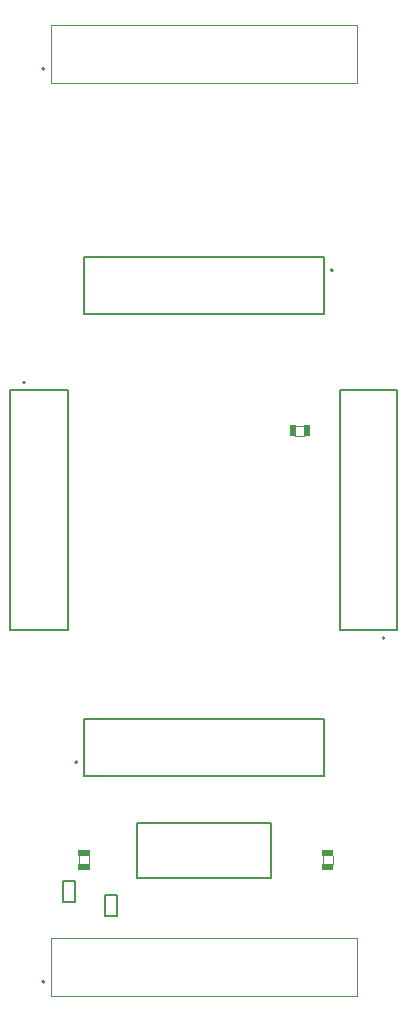
<source format=gbr>
%TF.GenerationSoftware,Altium Limited,Altium Designer,23.4.1 (23)*%
G04 Layer_Color=16711935*
%FSLAX45Y45*%
%MOMM*%
%TF.SameCoordinates,2443AD3D-16DC-45C5-9BCC-0FA72C26467A*%
%TF.FilePolarity,Positive*%
%TF.FileFunction,Other,Mechanical_13*%
%TF.Part,Single*%
G01*
G75*
%TA.AperFunction,NonConductor*%
%ADD24C,0.20000*%
%ADD26C,0.12700*%
%ADD40C,0.10160*%
%ADD41C,0.10000*%
G36*
X2544486Y5127240D02*
X2494435D01*
Y5222263D01*
X2544486D01*
Y5127240D01*
D02*
G37*
G36*
X2427537D02*
X2377595D01*
Y5222337D01*
X2427537D01*
Y5127240D01*
D02*
G37*
G36*
X2745837Y1572963D02*
X2650740D01*
Y1622905D01*
X2745837D01*
Y1572963D01*
D02*
G37*
G36*
X682087D02*
X586990D01*
Y1622905D01*
X682087D01*
Y1572963D01*
D02*
G37*
G36*
X2745763Y1456014D02*
X2650740D01*
Y1506065D01*
X2745763D01*
Y1456014D01*
D02*
G37*
G36*
X682013D02*
X586990D01*
Y1506065D01*
X682013D01*
Y1456014D01*
D02*
G37*
D24*
X579000Y2368000D02*
G03*
X579000Y2368000I-10000J0D01*
G01*
X2741000Y6532000D02*
G03*
X2741000Y6532000I-10000J0D01*
G01*
X137000Y5581000D02*
G03*
X137000Y5581000I-10000J0D01*
G01*
X3183000Y3419000D02*
G03*
X3183000Y3419000I-10000J0D01*
G01*
X300500Y8238000D02*
G03*
X300500Y8238000I-10000J0D01*
G01*
Y508000D02*
G03*
X300500Y508000I-10000J0D01*
G01*
D26*
X558000Y1180000D02*
Y1360000D01*
X458000Y1180000D02*
Y1360000D01*
X558000D01*
X458000Y1180000D02*
X558000D01*
X811500Y1064489D02*
Y1244490D01*
X911500Y1064489D02*
Y1244490D01*
X811500Y1064489D02*
X911500D01*
X811500Y1244490D02*
X911500D01*
X634000Y2253500D02*
Y2736500D01*
X2666000D01*
Y2253500D02*
Y2736500D01*
X634000Y2253500D02*
X2666000D01*
X634000D02*
Y2736500D01*
X2666000D01*
Y2253500D02*
Y2736500D01*
Y6163500D02*
Y6646500D01*
X634000Y6163500D02*
X2666000D01*
X634000D02*
Y6646500D01*
X2666000D01*
Y6163500D02*
Y6646500D01*
X634000Y6163500D02*
X2666000D01*
X634000D02*
Y6646500D01*
X12500Y5516000D02*
X495500D01*
Y3484000D02*
Y5516000D01*
X12500Y3484000D02*
X495500D01*
X12500D02*
Y5516000D01*
X495500D01*
Y3484000D02*
Y5516000D01*
X12500Y3484000D02*
X495500D01*
X2804500D02*
X3287500D01*
X2804500D02*
Y5516000D01*
X3287500D01*
Y3484000D02*
Y5516000D01*
X2804500Y3484000D02*
X3287500D01*
X2804500D02*
Y5516000D01*
X3287500D01*
X1080000Y1854250D02*
X2220000D01*
X1080000Y1384250D02*
X2220000D01*
X1080000D02*
Y1854250D01*
X2220000Y1384250D02*
Y1854250D01*
D40*
X2425025Y5217150D02*
X2496225D01*
X2425025Y5132050D02*
X2496225D01*
X2655550Y1504275D02*
Y1575475D01*
X2740650Y1504275D02*
Y1575475D01*
X591800Y1504275D02*
Y1575475D01*
X676900Y1504275D02*
Y1575475D01*
D41*
X2946500Y8117350D02*
Y8612650D01*
X355500D02*
X2946500D01*
X355500Y8117350D02*
Y8612650D01*
Y8117350D02*
X2946500D01*
Y8612650D01*
X355500D02*
X2946500D01*
X355500Y8117350D02*
Y8612650D01*
X2946500Y387350D02*
Y882650D01*
X355500D02*
X2946500D01*
X355500Y387350D02*
Y882650D01*
Y387350D02*
X2946500D01*
Y882650D01*
X355500D02*
X2946500D01*
X355500Y387350D02*
Y882650D01*
%TF.MD5,a20464196918568f64606e4d78b3aee8*%
M02*

</source>
